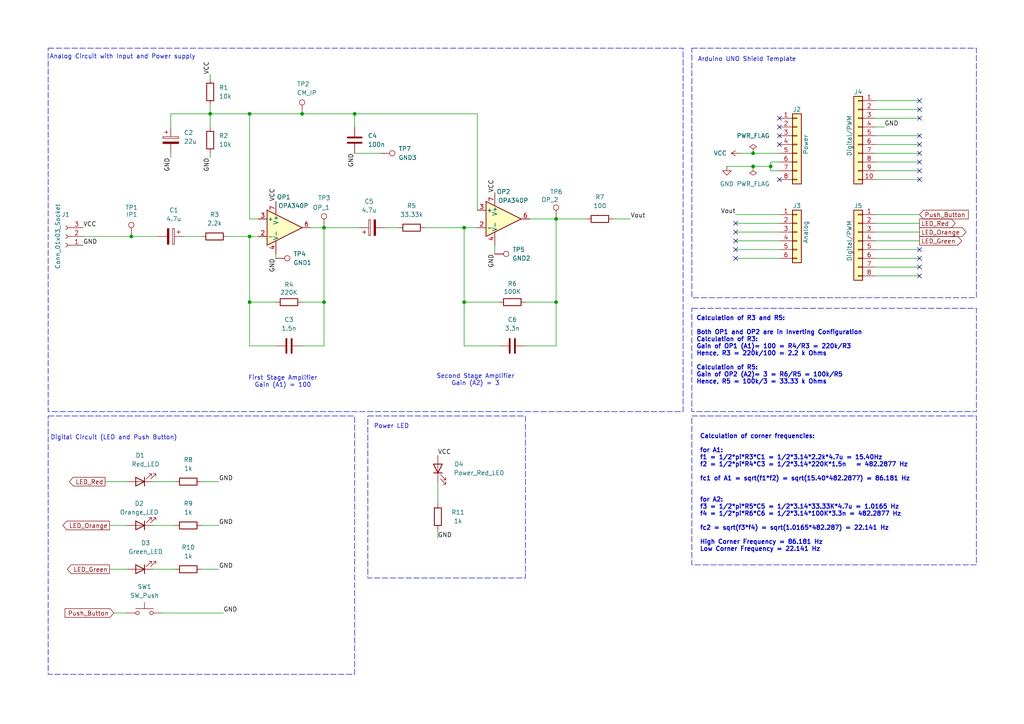
<source format=kicad_sch>
(kicad_sch (version 20231120) (generator "eeschema") (generator_version "8.0")
  (paper "A4")
  (title_block (title "Amplifier : 4th order Bandpass") (date "2024-04-26") (rev "V0.1") (company "Hochschule Darmstadt of Applied Sciences") (comment 1 "Author : Aman Chauhan & Soumya Saxena (Group A: A5)") (comment 2 "Matriculation  No : 1127928 & 1127997"))
  (lib_symbols
    (symbol "Amplifier_Operational:OPA340P" (pin_names (offset 0.127))
      (property "Reference" "U" (at 0 6.35 0))
      (property "Value" "OPA340P" (at 0 3.81 0))
      (symbol "OPA340P_0_1"
        (polyline (pts (xy -5.08 5.08) (xy 5.08 0) (xy -5.08 -5.08) (xy -5.08 5.08)) (stroke (width 0.254)) (fill (type background)))
      )
      (symbol "OPA340P_1_1"
        (pin no_connect line (at -5.08 -2.54 90) (length 2.54) hide (name "NC") (number "1"))
        (pin input line (at -7.62 -2.54 0) (length 2.54) (name "-") (number "2"))
        (pin input line (at -7.62 2.54 0) (length 2.54) (name "+") (number "3"))
        (pin power_in line (at -2.54 -7.62 90) (length 3.81) (name "V-") (number "4"))
        (pin no_connect line (at -2.54 -2.54 90) (length 2.54) hide (name "NC") (number "5"))
        (pin output line (at 7.62 0 180) (length 2.54) (name "~") (number "6"))
        (pin power_in line (at -2.54 7.62 270) (length 3.81) (name "V+") (number "7"))
        (pin no_connect line (at 0 -2.54 90) (length 2.54) hide (name "NC") (number "8"))
      )
    )
    (symbol "Connector:Conn_01x03_Socket" (pin_names (offset 1.016) hide)
      (property "Reference" "J" (at 0 5.08 0))
      (property "Value" "Conn_01x03_Socket" (at 0 -5.08 0))
      (symbol "Conn_01x03_Socket_1_1"
        (arc (start 0 -2.032) (mid -0.5058 -2.54) (end 0 -3.048) (stroke (width 0.1524)))
        (polyline (pts (xy -1.27 -2.54) (xy -0.508 -2.54)) (stroke (width 0.1524)))
        (polyline (pts (xy -1.27 0) (xy -0.508 0)) (stroke (width 0.1524)))
        (polyline (pts (xy -1.27 2.54) (xy -0.508 2.54)) (stroke (width 0.1524)))
        (arc (start 0 0.508) (mid -0.5058 0) (end 0 -0.508) (stroke (width 0.1524)))
        (arc (start 0 3.048) (mid -0.5058 2.54) (end 0 2.032) (stroke (width 0.1524)))
        (pin passive line (at -5.08 2.54 0) (length 3.81) (name "Pin_1") (number "1"))
        (pin passive line (at -5.08 0 0) (length 3.81) (name "Pin_2") (number "2"))
        (pin passive line (at -5.08 -2.54 0) (length 3.81) (name "Pin_3") (number "3"))
      )
    )
    (symbol "Connector:TestPoint" (pin_numbers hide) (pin_names (offset 0.762) hide)
      (property "Reference" "TP" (at 0 6.858 0))
      (property "Value" "TestPoint" (at 0 5.08 0))
      (symbol "TestPoint_0_1"
        (circle (center 0 3.302) (radius 0.762))
      )
      (symbol "TestPoint_1_1"
        (pin passive line (at 0 0 90) (length 2.54) (name "1") (number "1"))
      )
    )
    (symbol "Connector_Generic:Conn_01x06" (pin_names (offset 1.016) hide)
      (property "Reference" "J" (at 0 7.62 0))
      (property "Value" "Conn_01x06" (at 0 -10.16 0))
      (symbol "Conn_01x06_1_1"
        (rectangle (start -1.27 -7.493) (end 0 -7.747) (stroke (width 0.1524)))
        (rectangle (start -1.27 -4.953) (end 0 -5.207) (stroke (width 0.1524)))
        (rectangle (start -1.27 -2.413) (end 0 -2.667) (stroke (width 0.1524)))
        (rectangle (start -1.27 0.127) (end 0 -0.127) (stroke (width 0.1524)))
        (rectangle (start -1.27 2.667) (end 0 2.413) (stroke (width 0.1524)))
        (rectangle (start -1.27 5.207) (end 0 4.953) (stroke (width 0.1524)))
        (rectangle (start -1.27 6.35) (end 1.27 -8.89) (stroke (width 0.254)) (fill (type background)))
        (pin passive line (at -5.08 5.08 0) (length 3.81) (name "Pin_1") (number "1"))
        (pin passive line (at -5.08 2.54 0) (length 3.81) (name "Pin_2") (number "2"))
        (pin passive line (at -5.08 0 0) (length 3.81) (name "Pin_3") (number "3"))
        (pin passive line (at -5.08 -2.54 0) (length 3.81) (name "Pin_4") (number "4"))
        (pin passive line (at -5.08 -5.08 0) (length 3.81) (name "Pin_5") (number "5"))
        (pin passive line (at -5.08 -7.62 0) (length 3.81) (name "Pin_6") (number "6"))
      )
    )
    (symbol "Connector_Generic:Conn_01x08" (pin_names (offset 1.016) hide)
      (property "Reference" "J" (at 0 10.16 0))
      (property "Value" "Conn_01x08" (at 0 -12.7 0))
      (symbol "Conn_01x08_1_1"
        (rectangle (start -1.27 -10.033) (end 0 -10.287) (stroke (width 0.1524)))
        (rectangle (start -1.27 -7.493) (end 0 -7.747) (stroke (width 0.1524)))
        (rectangle (start -1.27 -4.953) (end 0 -5.207) (stroke (width 0.1524)))
        (rectangle (start -1.27 -2.413) (end 0 -2.667) (stroke (width 0.1524)))
        (rectangle (start -1.27 0.127) (end 0 -0.127) (stroke (width 0.1524)))
        (rectangle (start -1.27 2.667) (end 0 2.413) (stroke (width 0.1524)))
        (rectangle (start -1.27 5.207) (end 0 4.953) (stroke (width 0.1524)))
        (rectangle (start -1.27 7.747) (end 0 7.493) (stroke (width 0.1524)))
        (rectangle (start -1.27 8.89) (end 1.27 -11.43) (stroke (width 0.254)) (fill (type background)))
        (pin passive line (at -5.08 7.62 0) (length 3.81) (name "Pin_1") (number "1"))
        (pin passive line (at -5.08 5.08 0) (length 3.81) (name "Pin_2") (number "2"))
        (pin passive line (at -5.08 2.54 0) (length 3.81) (name "Pin_3") (number "3"))
        (pin passive line (at -5.08 0 0) (length 3.81) (name "Pin_4") (number "4"))
        (pin passive line (at -5.08 -2.54 0) (length 3.81) (name "Pin_5") (number "5"))
        (pin passive line (at -5.08 -5.08 0) (length 3.81) (name "Pin_6") (number "6"))
        (pin passive line (at -5.08 -7.62 0) (length 3.81) (name "Pin_7") (number "7"))
        (pin passive line (at -5.08 -10.16 0) (length 3.81) (name "Pin_8") (number "8"))
      )
    )
    (symbol "Connector_Generic:Conn_01x10" (pin_names (offset 1.016) hide)
      (property "Reference" "J" (at 0 12.7 0))
      (property "Value" "Conn_01x10" (at 0 -15.24 0))
      (symbol "Conn_01x10_1_1"
        (rectangle (start -1.27 -12.573) (end 0 -12.827) (stroke (width 0.1524)))
        (rectangle (start -1.27 -10.033) (end 0 -10.287) (stroke (width 0.1524)))
        (rectangle (start -1.27 -7.493) (end 0 -7.747) (stroke (width 0.1524)))
        (rectangle (start -1.27 -4.953) (end 0 -5.207) (stroke (width 0.1524)))
        (rectangle (start -1.27 -2.413) (end 0 -2.667) (stroke (width 0.1524)))
        (rectangle (start -1.27 0.127) (end 0 -0.127) (stroke (width 0.1524)))
        (rectangle (start -1.27 2.667) (end 0 2.413) (stroke (width 0.1524)))
        (rectangle (start -1.27 5.207) (end 0 4.953) (stroke (width 0.1524)))
        (rectangle (start -1.27 7.747) (end 0 7.493) (stroke (width 0.1524)))
        (rectangle (start -1.27 10.287) (end 0 10.033) (stroke (width 0.1524)))
        (rectangle (start -1.27 11.43) (end 1.27 -13.97) (stroke (width 0.254)) (fill (type background)))
        (pin passive line (at -5.08 10.16 0) (length 3.81) (name "Pin_1") (number "1"))
        (pin passive line (at -5.08 -12.7 0) (length 3.81) (name "Pin_10") (number "10"))
        (pin passive line (at -5.08 7.62 0) (length 3.81) (name "Pin_2") (number "2"))
        (pin passive line (at -5.08 5.08 0) (length 3.81) (name "Pin_3") (number "3"))
        (pin passive line (at -5.08 2.54 0) (length 3.81) (name "Pin_4") (number "4"))
        (pin passive line (at -5.08 0 0) (length 3.81) (name "Pin_5") (number "5"))
        (pin passive line (at -5.08 -2.54 0) (length 3.81) (name "Pin_6") (number "6"))
        (pin passive line (at -5.08 -5.08 0) (length 3.81) (name "Pin_7") (number "7"))
        (pin passive line (at -5.08 -7.62 0) (length 3.81) (name "Pin_8") (number "8"))
        (pin passive line (at -5.08 -10.16 0) (length 3.81) (name "Pin_9") (number "9"))
      )
    )
    (symbol "Device:C" (pin_numbers hide) (pin_names (offset 0.254))
      (property "Reference" "C" (at 0.635 2.54 0))
      (property "Value" "C" (at 0.635 -2.54 0))
      (symbol "C_0_1"
        (polyline (pts (xy -2.032 -0.762) (xy 2.032 -0.762)) (stroke (width 0.508)))
        (polyline (pts (xy -2.032 0.762) (xy 2.032 0.762)) (stroke (width 0.508)))
      )
      (symbol "C_1_1"
        (pin passive line (at 0 3.81 270) (length 2.794) (name "~") (number "1"))
        (pin passive line (at 0 -3.81 90) (length 2.794) (name "~") (number "2"))
      )
    )
    (symbol "Device:C_Polarized" (pin_numbers hide) (pin_names (offset 0.254))
      (property "Reference" "C" (at 0.635 2.54 0))
      (property "Value" "C_Polarized" (at 0.635 -2.54 0))
      (symbol "C_Polarized_0_1"
        (rectangle (start -2.286 0.508) (end 2.286 1.016))
        (polyline (pts (xy -1.778 2.286) (xy -0.762 2.286)))
        (polyline (pts (xy -1.27 2.794) (xy -1.27 1.778)))
        (rectangle (start 2.286 -0.508) (end -2.286 -1.016) (fill (type outline)))
      )
      (symbol "C_Polarized_1_1"
        (pin passive line (at 0 3.81 270) (length 2.794) (name "~") (number "1"))
        (pin passive line (at 0 -3.81 90) (length 2.794) (name "~") (number "2"))
      )
    )
    (symbol "Device:LED" (pin_numbers hide) (pin_names (offset 1.016) hide)
      (property "Reference" "D" (at 0 2.54 0))
      (property "Value" "LED" (at 0 -2.54 0))
      (symbol "LED_0_1"
        (polyline (pts (xy -1.27 -1.27) (xy -1.27 1.27)) (stroke (width 0.254)))
        (polyline (pts (xy -1.27 0) (xy 1.27 0)))
        (polyline (pts (xy 1.27 -1.27) (xy 1.27 1.27) (xy -1.27 0) (xy 1.27 -1.27)) (stroke (width 0.254)))
        (polyline (pts (xy -3.048 -0.762) (xy -4.572 -2.286) (xy -3.81 -2.286) (xy -4.572 -2.286) (xy -4.572 -1.524)))
        (polyline (pts (xy -1.778 -0.762) (xy -3.302 -2.286) (xy -2.54 -2.286) (xy -3.302 -2.286) (xy -3.302 -1.524)))
      )
      (symbol "LED_1_1"
        (pin passive line (at -3.81 0 0) (length 2.54) (name "K") (number "1"))
        (pin passive line (at 3.81 0 180) (length 2.54) (name "A") (number "2"))
      )
    )
    (symbol "Device:R" (pin_numbers hide) (pin_names (offset 0))
      (property "Reference" "R" (at 2.032 0 90))
      (property "Value" "R" (at 0 0 90))
      (symbol "R_0_1"
        (rectangle (start -1.016 -2.54) (end 1.016 2.54) (stroke (width 0.254)))
      )
      (symbol "R_1_1"
        (pin passive line (at 0 3.81 270) (length 1.27) (name "~") (number "1"))
        (pin passive line (at 0 -3.81 90) (length 1.27) (name "~") (number "2"))
      )
    )
    (symbol "Switch:SW_Push" (pin_numbers hide) (pin_names (offset 1.016) hide)
      (property "Reference" "SW" (at 1.27 2.54 0))
      (property "Value" "SW_Push" (at 0 -1.524 0))
      (symbol "SW_Push_0_1"
        (circle (center -2.032 0) (radius 0.508))
        (polyline (pts (xy 0 1.27) (xy 0 3.048)))
        (polyline (pts (xy 2.54 1.27) (xy -2.54 1.27)))
        (circle (center 2.032 0) (radius 0.508))
        (pin passive line (at -5.08 0 0) (length 2.54) (name "1") (number "1"))
        (pin passive line (at 5.08 0 180) (length 2.54) (name "2") (number "2"))
      )
    )
    (symbol "VCC_1" (power) (pin_numbers hide) (pin_names (offset 0) hide)
      (property "Value" "VCC" (at 0 3.556 0))
      (symbol "VCC_1_0_1"
        (polyline (pts (xy -0.762 1.27) (xy 0 2.54)))
        (polyline (pts (xy 0 0) (xy 0 2.54)))
        (polyline (pts (xy 0 2.54) (xy 0.762 1.27)))
      )
      (symbol "VCC_1_1_1"
        (pin power_in line (at 0 0 90) (length 0) (name "~") (number "1"))
      )
    )
    (symbol "power:GND" (power) (pin_numbers hide) (pin_names (offset 0) hide)
      (property "Value" "GND" (at 0 -3.81 0))
      (symbol "GND_0_1"
        (polyline (pts (xy 0 0) (xy 0 -1.27) (xy 1.27 -1.27) (xy 0 -2.54) (xy -1.27 -1.27) (xy 0 -1.27)))
      )
      (symbol "GND_1_1"
        (pin power_in line (at 0 0 270) (length 0) (name "~") (number "1"))
      )
    )
    (symbol "power:PWR_FLAG" (power) (pin_numbers hide) (pin_names (offset 0) hide)
      (property "Value" "PWR_FLAG" (at 0 3.81 0))
      (symbol "PWR_FLAG_0_0"
        (pin power_out line (at 0 0 90) (length 0) (name "~") (number "1"))
      )
      (symbol "PWR_FLAG_0_1"
        (polyline (pts (xy 0 0) (xy 0 1.27) (xy -1.016 1.905) (xy 0 2.54) (xy 1.016 1.905) (xy 0 1.27)))
      )
    )
  )
  (junction (at 38.1 68.58))
  (junction (at 134.62 66.04))
  (junction (at 72.39 68.58))
  (junction (at 72.39 87.63))
  (junction (at 218.44 48.26))
  (junction (at 102.87 33.02))
  (junction (at 93.98 66.04))
  (junction (at 134.62 87.63))
  (junction (at 93.98 87.63))
  (junction (at 161.29 87.63))
  (junction (at 87.63 33.02))
  (junction (at 72.39 33.02))
  (junction (at 60.96 33.02))
  (junction (at 161.29 63.5))
  (junction (at 218.44 44.45))
  (junction (at 223.52 48.26))
  (no_connect (at 266.7 74.93))
  (no_connect (at 266.7 34.29))
  (no_connect (at 266.7 49.53))
  (no_connect (at 213.36 69.85))
  (no_connect (at 266.7 46.99))
  (no_connect (at 226.06 52.07))
  (no_connect (at 266.7 52.07))
  (no_connect (at 266.7 41.91))
  (no_connect (at 266.7 80.01))
  (no_connect (at 226.06 36.83))
  (no_connect (at 266.7 77.47))
  (no_connect (at 266.7 29.21))
  (no_connect (at 266.7 39.37))
  (no_connect (at 213.36 74.93))
  (no_connect (at 226.06 39.37))
  (no_connect (at 266.7 44.45))
  (no_connect (at 213.36 72.39))
  (no_connect (at 226.06 41.91))
  (no_connect (at 226.06 34.29))
  (no_connect (at 266.7 72.39))
  (no_connect (at 213.36 64.77))
  (no_connect (at 213.36 67.31))
  (no_connect (at 266.7 31.75))
  (wire (pts (xy 254 80.01) (xy 266.7 80.01)))
  (wire (pts (xy 161.29 63.5) (xy 161.29 87.63)))
  (wire (pts (xy 38.1 68.58) (xy 45.72 68.58)))
  (wire (pts (xy 80.01 74.93) (xy 80.01 73.66)))
  (wire (pts (xy 254 46.99) (xy 266.7 46.99)))
  (wire (pts (xy 58.42 152.4) (xy 63.5 152.4)))
  (wire (pts (xy 58.42 165.1) (xy 63.5 165.1)))
  (wire (pts (xy 49.53 33.02) (xy 49.53 36.83)))
  (wire (pts (xy 254 29.21) (xy 266.7 29.21)))
  (wire (pts (xy 44.45 165.1) (xy 50.8 165.1)))
  (wire (pts (xy 153.67 63.5) (xy 161.29 63.5)))
  (wire (pts (xy 90.17 66.04) (xy 93.98 66.04)))
  (wire (pts (xy 143.51 73.66) (xy 143.51 71.12)))
  (wire (pts (xy 223.52 46.99) (xy 223.52 48.26)))
  (wire (pts (xy 213.36 74.93) (xy 226.06 74.93)))
  (wire (pts (xy 60.96 33.02) (xy 60.96 36.83)))
  (wire (pts (xy 134.62 87.63) (xy 134.62 100.33)))
  (wire (pts (xy 33.02 177.8) (xy 36.83 177.8)))
  (wire (pts (xy 66.04 68.58) (xy 72.39 68.58)))
  (wire (pts (xy 161.29 100.33) (xy 152.4 100.33)))
  (wire (pts (xy 127 156.21) (xy 127 153.67)))
  (wire (pts (xy 254 39.37) (xy 266.7 39.37)))
  (wire (pts (xy 24.13 68.58) (xy 38.1 68.58)))
  (wire (pts (xy 254 62.23) (xy 266.7 62.23)))
  (wire (pts (xy 210.82 48.26) (xy 218.44 48.26)))
  (wire (pts (xy 58.42 139.7) (xy 63.5 139.7)))
  (wire (pts (xy 87.63 87.63) (xy 93.98 87.63)))
  (wire (pts (xy 226.06 62.23) (xy 213.36 62.23)))
  (wire (pts (xy 93.98 66.04) (xy 93.98 87.63)))
  (wire (pts (xy 254 41.91) (xy 266.7 41.91)))
  (wire (pts (xy 49.53 33.02) (xy 60.96 33.02)))
  (wire (pts (xy 254 64.77) (xy 266.7 64.77)))
  (wire (pts (xy 254 49.53) (xy 266.7 49.53)))
  (wire (pts (xy 254 69.85) (xy 266.7 69.85)))
  (wire (pts (xy 134.62 100.33) (xy 144.78 100.33)))
  (wire (pts (xy 123.19 66.04) (xy 134.62 66.04)))
  (wire (pts (xy 110.49 44.45) (xy 102.87 44.45)))
  (wire (pts (xy 44.45 152.4) (xy 50.8 152.4)))
  (wire (pts (xy 30.48 139.7) (xy 36.83 139.7)))
  (wire (pts (xy 72.39 100.33) (xy 80.01 100.33)))
  (wire (pts (xy 72.39 87.63) (xy 80.01 87.63)))
  (wire (pts (xy 161.29 63.5) (xy 170.18 63.5)))
  (wire (pts (xy 102.87 33.02) (xy 138.43 33.02)))
  (wire (pts (xy 254 34.29) (xy 266.7 34.29)))
  (wire (pts (xy 72.39 68.58) (xy 74.93 68.58)))
  (wire (pts (xy 31.75 152.4) (xy 36.83 152.4)))
  (wire (pts (xy 60.96 30.48) (xy 60.96 33.02)))
  (wire (pts (xy 87.63 33.02) (xy 102.87 33.02)))
  (wire (pts (xy 226.06 67.31) (xy 213.36 67.31)))
  (wire (pts (xy 226.06 49.53) (xy 223.52 49.53)))
  (wire (pts (xy 134.62 66.04) (xy 134.62 87.63)))
  (wire (pts (xy 102.87 33.02) (xy 102.87 36.83)))
  (wire (pts (xy 223.52 48.26) (xy 223.52 49.53)))
  (wire (pts (xy 213.36 64.77) (xy 226.06 64.77)))
  (wire (pts (xy 72.39 68.58) (xy 72.39 87.63)))
  (wire (pts (xy 46.99 177.8) (xy 64.77 177.8)))
  (wire (pts (xy 60.96 45.72) (xy 60.96 44.45)))
  (wire (pts (xy 254 36.83) (xy 256.54 36.83)))
  (wire (pts (xy 60.96 33.02) (xy 72.39 33.02)))
  (wire (pts (xy 44.45 139.7) (xy 50.8 139.7)))
  (wire (pts (xy 72.39 33.02) (xy 72.39 63.5)))
  (wire (pts (xy 226.06 46.99) (xy 223.52 46.99)))
  (wire (pts (xy 182.88 63.5) (xy 177.8 63.5)))
  (wire (pts (xy 254 44.45) (xy 266.7 44.45)))
  (wire (pts (xy 31.75 165.1) (xy 36.83 165.1)))
  (wire (pts (xy 53.34 68.58) (xy 58.42 68.58)))
  (wire (pts (xy 218.44 44.45) (xy 226.06 44.45)))
  (wire (pts (xy 254 67.31) (xy 266.7 67.31)))
  (wire (pts (xy 213.36 69.85) (xy 226.06 69.85)))
  (wire (pts (xy 138.43 33.02) (xy 138.43 60.96)))
  (wire (pts (xy 134.62 87.63) (xy 144.78 87.63)))
  (wire (pts (xy 93.98 100.33) (xy 87.63 100.33)))
  (wire (pts (xy 218.44 48.26) (xy 223.52 48.26)))
  (wire (pts (xy 93.98 66.04) (xy 104.14 66.04)))
  (wire (pts (xy 93.98 87.63) (xy 93.98 100.33)))
  (wire (pts (xy 254 31.75) (xy 266.7 31.75)))
  (wire (pts (xy 254 74.93) (xy 266.7 74.93)))
  (wire (pts (xy 60.96 22.86) (xy 60.96 21.59)))
  (wire (pts (xy 254 72.39) (xy 266.7 72.39)))
  (wire (pts (xy 72.39 63.5) (xy 74.93 63.5)))
  (wire (pts (xy 49.53 45.72) (xy 49.53 44.45)))
  (wire (pts (xy 214.63 44.45) (xy 218.44 44.45)))
  (wire (pts (xy 161.29 87.63) (xy 161.29 100.33)))
  (wire (pts (xy 72.39 33.02) (xy 87.63 33.02)))
  (wire (pts (xy 127 139.7) (xy 127 146.05)))
  (wire (pts (xy 254 77.47) (xy 266.7 77.47)))
  (wire (pts (xy 138.43 66.04) (xy 134.62 66.04)))
  (wire (pts (xy 72.39 87.63) (xy 72.39 100.33)))
  (wire (pts (xy 226.06 72.39) (xy 213.36 72.39)))
  (wire (pts (xy 111.76 66.04) (xy 115.57 66.04)))
  (wire (pts (xy 254 52.07) (xy 266.7 52.07)))
  (wire (pts (xy 152.4 87.63) (xy 161.29 87.63)))
  (rectangle (start 200.66 120.65) (end 283.21 163.83) (stroke (width 0) (type dash)))
  (rectangle (start 13.97 120.65) (end 102.87 195.58) (stroke (width 0) (type dash)))
  (rectangle (start 200.66 89.408) (end 283.21 119.38) (stroke (width 0) (type dash)))
  (rectangle (start 106.68 120.65) (end 152.4 167.64) (stroke (width 0) (type dash)))
  (rectangle (start 200.66 13.97) (end 283.21 86.36) (stroke (width 0) (type dash)))
  (rectangle (start 13.97 13.97) (end 198.12 119.38) (stroke (width 0) (type dash)))
  (text "Analog Circuit with Input and Power supply" (at 35.56 16.51 0) (effects (font (size 1.27 1.27))))
  (text "Power LED" (at 113.538 123.698 0) (effects (font (size 1.27 1.27))))
  (text "Arduino UNO Shield Template" (at 216.662 17.272 0) (effects (font (size 1.27 1.27))))
  (text "Calculation of corner frequencies:\n\nfor A1: \nf1 = 1/2*pi*R3*C1 = 1/2*3.14*2.2k*4.7u = 15.40Hz\nf2 = 1/2*pi*R4*C3 = 1/2*3.14*220K*1.5n   = 482.2877 Hz\n\nfc1 of A1 = sqrt(f1*f2) = sqrt(15.40*482.2877) = 86.181 Hz\n\n\nfor A2: \nf3 = 1/2*pi*R5*C5 = 1/2*3.14*33.33K*4.7u = 1.0165 Hz\nf4 = 1/2*pi*R6*C6 = 1/2*3.14*100K*3.3n = 482.2877 Hz\n\nfc2 = sqrt(f3*f4) = sqrt(1.0165*482.287) = 22.141 Hz\n\nHigh Corner Frequency = 86.181 Hz\nLow Corner Frequency = 22.141 Hz" (at 202.946 143.002 0) (effects (font (size 1.27 1.27) (bold yes)) (justify left)))
  (text "First Stage Amplifier\nGain (A1) = 100" (at 82.042 110.744 0) (effects (font (size 1.27 1.27))))
  (text "Calculation of R3 and R5:\n\nBoth OP1 and OP2 are in Inverting Configuration\nCalculation of R3:\nGain of OP1 (A1)= 100 = R4/R3 = 220k/R3\nHence, R3 = 220k/100 = 2.2 k Ohms\n\nCalculation of R5:\nGain of OP2 (A2)= 3 = R6/R5 = 100k/R5\nHence, R5 = 100k/3 = 33.33 k Ohms" (at 201.93 101.6 0) (effects (font (size 1.27 1.27) (bold yes)) (justify left)))
  (text "Second Stage Amplifier\nGain (A2) = 3" (at 137.922 110.236 0) (effects (font (size 1.27 1.27))))
  (text "Digital Circuit (LED and Push Button)" (at 33.02 127 0) (effects (font (size 1.27 1.27))))
  (label "GND" (at 60.96 45.72 270))
  (label "Vout" (at 182.88 63.5 0))
  (label "GND" (at 64.77 177.8 0))
  (label "GND" (at 49.53 45.72 270))
  (label "GND" (at 256.54 36.83 0))
  (label "GND" (at 80.01 74.93 270))
  (label "GND" (at 63.5 139.7 0))
  (label "VCC" (at 24.13 66.04 0))
  (label "GND" (at 143.51 73.66 270))
  (label "VCC" (at 60.96 21.59 90))
  (label "GND" (at 63.5 152.4 0))
  (label "VCC" (at 127 132.08 0))
  (label "GND" (at 127 156.21 0))
  (label "GND" (at 24.13 71.12 0))
  (label "VCC" (at 80.01 58.42 90))
  (label "Vout" (at 213.36 62.23 180))
  (label "GND" (at 63.5 165.1 0))
  (label "GND" (at 102.87 44.45 270))
  (label "VCC" (at 143.51 55.88 90))
  (global_label "LED_Orange" (shape output) (at 266.7 67.31 0) (property "Intersheetrefs" "${INTERSHEET_REFS}" (effects (hide yes))))
  (global_label "Push_Button" (shape input) (at 266.7 62.23 0) (property "Intersheetrefs" "${INTERSHEET_REFS}" (effects (hide yes))))
  (global_label "LED_Red" (shape output) (at 30.48 139.7 180) (property "Intersheetrefs" "${INTERSHEET_REFS}" (effects (hide yes))))
  (global_label "Push_Button" (shape input) (at 33.02 177.8 180) (property "Intersheetrefs" "${INTERSHEET_REFS}" (effects (hide yes))))
  (global_label "LED_Red" (shape output) (at 266.7 64.77 0) (property "Intersheetrefs" "${INTERSHEET_REFS}" (effects (hide yes))))
  (global_label "LED_Orange" (shape output) (at 31.75 152.4 180) (property "Intersheetrefs" "${INTERSHEET_REFS}" (effects (hide yes))))
  (global_label "LED_Green" (shape output) (at 31.75 165.1 180) (property "Intersheetrefs" "${INTERSHEET_REFS}" (effects (hide yes))))
  (global_label "LED_Green" (shape output) (at 266.7 69.85 0) (property "Intersheetrefs" "${INTERSHEET_REFS}" (effects (hide yes))))
  (symbol (lib_id "Connector_Generic:Conn_01x08") (at 231.14 41.91 0) (unit 1)
    (property "Reference" "J2" (at 231.14 31.75 0))
    (property "Value" "Power" (at 233.68 41.91 90))
    (property "Footprint" "Connector_PinHeader_2.54mm:PinHeader_1x08_P2.54mm_Vertical" (effects (hide yes)))
  )
  (symbol (lib_id "Connector_Generic:Conn_01x10") (at 248.92 39.37 0) (mirror y) (unit 1)
    (property "Reference" "J4" (at 248.92 26.67 0))
    (property "Value" "Digital/PWM" (at 246.38 39.37 90))
    (property "Footprint" "Connector_PinHeader_2.54mm:PinHeader_1x10_P2.54mm_Vertical" (effects (hide yes)))
  )
  (symbol (lib_id "Connector_Generic:Conn_01x06") (at 231.14 67.31 0) (unit 1)
    (property "Reference" "J3" (at 231.14 59.69 0))
    (property "Value" "Analog" (at 233.68 67.31 90))
    (property "Footprint" "Connector_PinHeader_2.54mm:PinHeader_1x06_P2.54mm_Vertical" (effects (hide yes)))
  )
  (symbol (lib_id "Connector_Generic:Conn_01x08") (at 248.92 69.85 0) (mirror y) (unit 1)
    (property "Reference" "J5" (at 248.92 59.69 0))
    (property "Value" "Digital/PWM" (at 246.38 69.85 90))
    (property "Footprint" "Connector_PinHeader_2.54mm:PinHeader_1x08_P2.54mm_Vertical" (effects (hide yes)))
  )
  (symbol (lib_id "Amplifier_Operational:OPA340P") (at 82.55 66.04 0) (unit 1)
    (property "Reference" "OP1" (at 82.296 57.15 0))
    (property "Value" "OPA340P" (at 85.09 59.69 0))
    (property "Footprint" "Package_DIP:DIP-8_W7.62mm" (effects (hide yes)))
    (property "Datasheet" "http://www.ti.com/lit/ds/symlink/opa340.pdf" (effects (hide yes)))
    (property "Description" "Single Single-Supply, Rail-to-Rail Operational Amplifier, MicroAmplifier Series, DIP-8" (effects (hide yes)))
  )
  (symbol (lib_id "power:GND") (at 210.82 48.26 0) (unit 1)
    (property "Reference" "#PWR01" (effects (hide yes)))
    (property "Value" "GND" (at 210.82 53.34 0))
    (property "Description" "Power symbol creates a global label with name \"GND\" , ground" (effects (hide yes)))
  )
  (symbol (lib_id "Connector:TestPoint") (at 38.1 68.58 0) (unit 1)
    (property "Reference" "TP1" (at 36.322 60.198 0) (effects (justify left)))
    (property "Value" "IP1" (at 36.576 62.23 0) (effects (justify left)))
    (property "Footprint" "Connector_PinHeader_2.54mm:PinHeader_1x01_P2.54mm_Vertical" (effects (hide yes)))
    (property "Description" "test point" (effects (hide yes)))
  )
  (symbol (lib_id "Device:R") (at 60.96 26.67 0) (unit 1)
    (property "Reference" "R1" (at 63.5 25.3999 0) (effects (justify left)))
    (property "Value" "10k" (at 63.5 27.9399 0) (effects (justify left)))
    (property "Footprint" "Resistor_THT:R_Axial_DIN0207_L6.3mm_D2.5mm_P10.16mm_Horizontal" (effects (hide yes)))
    (property "Description" "Resistor" (effects (hide yes)))
  )
  (symbol (lib_id "Switch:SW_Push") (at 41.91 177.8 0) (unit 1)
    (property "Reference" "SW1" (at 41.91 170.18 0))
    (property "Value" "SW_Push" (at 41.91 172.72 0))
    (property "Footprint" "Button_Switch_THT:SW_PUSH_6mm" (effects (hide yes)))
    (property "Description" "Push button switch, generic, two pins" (effects (hide yes)))
  )
  (symbol (lib_id "Connector:TestPoint") (at 143.51 73.66 270) (unit 1)
    (property "Reference" "TP5" (at 148.59 72.3899 90) (effects (justify left)))
    (property "Value" "GND2" (at 148.59 74.9299 90) (effects (justify left)))
    (property "Footprint" "Connector_PinHeader_2.54mm:PinHeader_1x01_P2.54mm_Vertical" (effects (hide yes)))
    (property "Description" "test point" (effects (hide yes)))
  )
  (symbol (lib_id "Connector:TestPoint") (at 161.29 63.5 0) (unit 1)
    (property "Reference" "TP6" (at 159.512 55.626 0) (effects (justify left)))
    (property "Value" "OP_2" (at 156.972 57.912 0) (effects (justify left)))
    (property "Footprint" "Connector_PinHeader_2.54mm:PinHeader_1x01_P2.54mm_Vertical" (effects (hide yes)))
    (property "Description" "test point" (effects (hide yes)))
  )
  (symbol (lib_id "Connector:Conn_01x03_Socket") (at 19.05 68.58 180) (unit 1)
    (property "Reference" "J1" (at 19.05 62.23 0))
    (property "Value" "Conn_01x03_Socket" (at 16.764 68.58 90))
    (property "Footprint" "Connector_PinSocket_2.54mm:PinSocket_1x03_P2.54mm_Horizontal" (effects (hide yes)))
    (property "Description" "Generic connector, single row, 01x03, script generated" (effects (hide yes)))
  )
  (symbol (lib_id "Device:R") (at 148.59 87.63 90) (unit 1)
    (property "Reference" "R6" (at 148.59 82.296 90))
    (property "Value" "100K" (at 148.59 84.582 90))
    (property "Footprint" "Resistor_THT:R_Axial_DIN0207_L6.3mm_D2.5mm_P10.16mm_Horizontal" (effects (hide yes)))
    (property "Description" "Resistor" (effects (hide yes)))
  )
  (symbol (lib_id "power:PWR_FLAG") (at 218.44 44.45 0) (unit 1)
    (property "Reference" "#FLG01" (effects (hide yes)))
    (property "Value" "PWR_FLAG" (at 218.44 39.37 0))
    (property "Description" "Special symbol for telling ERC where power comes from" (effects (hide yes)))
  )
  (symbol (lib_id "Device:R") (at 119.38 66.04 90) (unit 1)
    (property "Reference" "R5" (at 119.38 59.69 90))
    (property "Value" "33.33k" (at 119.38 62.23 90))
    (property "Footprint" "Resistor_THT:R_Axial_DIN0207_L6.3mm_D2.5mm_P10.16mm_Horizontal" (effects (hide yes)))
    (property "Description" "Resistor" (effects (hide yes)))
  )
  (symbol (lib_id "Device:C_Polarized") (at 49.53 40.64 0) (unit 1)
    (property "Reference" "C2" (at 53.34 38.4809 0) (effects (justify left)))
    (property "Value" "22u" (at 53.34 41.0209 0) (effects (justify left)))
    (property "Footprint" "Capacitor_THT:CP_Radial_D5.0mm_P2.00mm" (effects (hide yes)))
    (property "Description" "Polarized capacitor" (effects (hide yes)))
  )
  (symbol (lib_id "Connector:TestPoint") (at 110.49 44.45 270) (unit 1)
    (property "Reference" "TP7" (at 115.57 43.1799 90) (effects (justify left)))
    (property "Value" "GND3" (at 115.57 45.7199 90) (effects (justify left)))
    (property "Footprint" "Connector_PinHeader_2.54mm:PinHeader_1x01_P2.54mm_Vertical" (effects (hide yes)))
    (property "Description" "test point" (effects (hide yes)))
  )
  (symbol (lib_id "Device:LED") (at 127 135.89 90) (unit 1)
    (property "Reference" "D4" (at 133.096 134.62 90))
    (property "Value" "Power_Red_LED" (at 138.938 137.16 90))
    (property "Footprint" "LED_THT:LED_D5.0mm" (effects (hide yes)))
    (property "Description" "Light emitting diode" (effects (hide yes)))
  )
  (symbol (lib_id "Connector:TestPoint") (at 87.63 33.02 0) (unit 1)
    (property "Reference" "TP2" (at 86.106 24.384 0) (effects (justify left)))
    (property "Value" "CM_IP" (at 86.106 26.924 0) (effects (justify left)))
    (property "Footprint" "Connector_PinHeader_2.54mm:PinHeader_1x01_P2.54mm_Vertical" (effects (hide yes)))
    (property "Description" "test point" (effects (hide yes)))
  )
  (symbol (lib_id "Device:C") (at 148.59 100.33 90) (unit 1)
    (property "Reference" "C6" (at 148.59 92.71 90))
    (property "Value" "3.3n" (at 148.59 95.25 90))
    (property "Footprint" "Capacitor_THT:C_Rect_L7.2mm_W7.2mm_P5.00mm_FKS2_FKP2_MKS2_MKP2" (effects (hide yes)))
    (property "Description" "Unpolarized capacitor" (effects (hide yes)))
  )
  (symbol (lib_id "Device:R") (at 54.61 152.4 90) (unit 1)
    (property "Reference" "R9" (at 54.61 146.05 90))
    (property "Value" "1k" (at 54.61 148.59 90))
    (property "Footprint" "Resistor_THT:R_Axial_DIN0207_L6.3mm_D2.5mm_P10.16mm_Horizontal" (effects (hide yes)))
    (property "Description" "Resistor" (effects (hide yes)))
  )
  (symbol (lib_id "power:PWR_FLAG") (at 218.44 48.26 180) (unit 1)
    (property "Reference" "#FLG02" (effects (hide yes)))
    (property "Value" "PWR_FLAG" (at 218.44 53.34 0))
    (property "Description" "Special symbol for telling ERC where power comes from" (effects (hide yes)))
  )
  (symbol (lib_id "Device:C_Polarized") (at 49.53 68.58 270) (unit 1)
    (property "Reference" "C1" (at 50.419 60.96 90))
    (property "Value" "4.7u" (at 50.419 63.5 90))
    (property "Footprint" "Capacitor_THT:CP_Radial_D5.0mm_P2.50mm" (effects (hide yes)))
    (property "Description" "Polarized capacitor" (effects (hide yes)))
  )
  (symbol (lib_id "Device:R") (at 54.61 165.1 90) (unit 1)
    (property "Reference" "R10" (at 54.61 158.75 90))
    (property "Value" "1k" (at 54.61 161.29 90))
    (property "Footprint" "Resistor_THT:R_Axial_DIN0207_L6.3mm_D2.5mm_P10.16mm_Horizontal" (effects (hide yes)))
    (property "Description" "Resistor" (effects (hide yes)))
  )
  (symbol (lib_id "Device:R") (at 173.99 63.5 90) (unit 1)
    (property "Reference" "R7" (at 173.99 57.15 90))
    (property "Value" "100" (at 173.99 59.69 90))
    (property "Footprint" "Resistor_THT:R_Axial_DIN0207_L6.3mm_D2.5mm_P10.16mm_Horizontal" (effects (hide yes)))
    (property "Description" "Resistor" (effects (hide yes)))
  )
  (symbol (lib_id "Device:LED") (at 40.64 165.1 180) (unit 1)
    (property "Reference" "D3" (at 42.2275 157.48 0))
    (property "Value" "Green_LED" (at 42.2275 160.02 0))
    (property "Footprint" "LED_THT:LED_D5.0mm" (effects (hide yes)))
    (property "Description" "Light emitting diode" (effects (hide yes)))
  )
  (symbol (lib_id "Device:R") (at 83.82 87.63 90) (unit 1)
    (property "Reference" "R4" (at 83.82 82.55 90))
    (property "Value" "220K" (at 83.82 84.836 90))
    (property "Footprint" "Resistor_THT:R_Axial_DIN0207_L6.3mm_D2.5mm_P10.16mm_Horizontal" (effects (hide yes)))
    (property "Description" "Resistor" (effects (hide yes)))
  )
  (symbol (lib_name "VCC_1") (lib_id "power:VCC") (at 214.63 44.45 90) (unit 1)
    (property "Reference" "#PWR014" (effects (hide yes)))
    (property "Value" "VCC" (at 210.82 44.4499 90) (effects (justify left)))
    (property "Description" "Power symbol creates a global label with name \"VCC\"" (effects (hide yes)))
  )
  (symbol (lib_id "Device:C_Polarized") (at 107.95 66.04 90) (unit 1)
    (property "Reference" "C5" (at 107.061 58.42 90))
    (property "Value" "4.7u" (at 107.061 60.96 90))
    (property "Footprint" "Capacitor_THT:CP_Radial_D5.0mm_P2.50mm" (effects (hide yes)))
    (property "Description" "Polarized capacitor" (effects (hide yes)))
  )
  (symbol (lib_id "Device:R") (at 127 149.86 0) (unit 1)
    (property "Reference" "R11" (at 132.842 148.59 0))
    (property "Value" "1k" (at 132.842 151.13 0))
    (property "Footprint" "Resistor_THT:R_Axial_DIN0207_L6.3mm_D2.5mm_P10.16mm_Horizontal" (effects (hide yes)))
    (property "Description" "Resistor" (effects (hide yes)))
  )
  (symbol (lib_id "Device:C") (at 102.87 40.64 0) (unit 1)
    (property "Reference" "C4" (at 106.68 39.3699 0) (effects (justify left)))
    (property "Value" "100n" (at 106.68 41.9099 0) (effects (justify left)))
    (property "Footprint" "Capacitor_THT:C_Rect_L7.2mm_W2.5mm_P5.00mm_FKS2_FKP2_MKS2_MKP2" (effects (hide yes)))
    (property "Description" "Unpolarized capacitor" (effects (hide yes)))
  )
  (symbol (lib_id "Device:R") (at 54.61 139.7 90) (unit 1)
    (property "Reference" "R8" (at 54.61 133.35 90))
    (property "Value" "1k" (at 54.61 135.89 90))
    (property "Footprint" "Resistor_THT:R_Axial_DIN0207_L6.3mm_D2.5mm_P10.16mm_Horizontal" (effects (hide yes)))
    (property "Description" "Resistor" (effects (hide yes)))
  )
  (symbol (lib_id "Device:LED") (at 40.64 152.4 180) (unit 1)
    (property "Reference" "D2" (at 40.386 146.05 0))
    (property "Value" "Orange_LED" (at 40.386 148.59 0))
    (property "Footprint" "LED_THT:LED_D5.0mm" (effects (hide yes)))
    (property "Description" "Light emitting diode" (effects (hide yes)))
  )
  (symbol (lib_id "Connector:TestPoint") (at 80.01 74.93 270) (unit 1)
    (property "Reference" "TP4" (at 85.09 73.6599 90) (effects (justify left)))
    (property "Value" "GND1" (at 85.09 76.1999 90) (effects (justify left)))
    (property "Footprint" "Connector_PinHeader_2.54mm:PinHeader_1x01_P2.54mm_Vertical" (effects (hide yes)))
    (property "Description" "test point" (effects (hide yes)))
  )
  (symbol (lib_id "Connector:TestPoint") (at 93.98 66.04 0) (unit 1)
    (property "Reference" "TP3" (at 92.202 57.404 0) (effects (justify left)))
    (property "Value" "OP_1" (at 90.678 60.198 0) (effects (justify left)))
    (property "Footprint" "Connector_PinHeader_2.54mm:PinHeader_1x01_P2.54mm_Vertical" (effects (hide yes)))
    (property "Description" "test point" (effects (hide yes)))
  )
  (symbol (lib_id "Device:LED") (at 40.64 139.7 180) (unit 1)
    (property "Reference" "D1" (at 40.64 132.08 0))
    (property "Value" "Red_LED" (at 42.2275 134.62 0))
    (property "Footprint" "LED_THT:LED_D5.0mm" (effects (hide yes)))
    (property "Description" "Light emitting diode" (effects (hide yes)))
  )
  (symbol (lib_id "Device:R") (at 62.23 68.58 90) (unit 1)
    (property "Reference" "R3" (at 62.23 62.23 90))
    (property "Value" "2.2k" (at 62.23 64.77 90))
    (property "Footprint" "Resistor_THT:R_Axial_DIN0207_L6.3mm_D2.5mm_P10.16mm_Horizontal" (effects (hide yes)))
    (property "Description" "Resistor" (effects (hide yes)))
  )
  (symbol (lib_id "Amplifier_Operational:OPA340P") (at 146.05 63.5 0) (unit 1)
    (property "Reference" "OP2" (at 146.05 55.626 0))
    (property "Value" "OPA340P" (at 148.844 58.166 0))
    (property "Footprint" "Package_DIP:DIP-8_W7.62mm" (effects (hide yes)))
    (property "Datasheet" "http://www.ti.com/lit/ds/symlink/opa340.pdf" (effects (hide yes)))
    (property "Description" "Single Single-Supply, Rail-to-Rail Operational Amplifier, MicroAmplifier Series, DIP-8" (effects (hide yes)))
  )
  (symbol (lib_id "Device:R") (at 60.96 40.64 0) (unit 1)
    (property "Reference" "R2" (at 63.5 39.3699 0) (effects (justify left)))
    (property "Value" "10k" (at 63.5 41.9099 0) (effects (justify left)))
    (property "Footprint" "Resistor_THT:R_Axial_DIN0207_L6.3mm_D2.5mm_P10.16mm_Horizontal" (effects (hide yes)))
    (property "Description" "Resistor" (effects (hide yes)))
  )
  (symbol (lib_id "Device:C") (at 83.82 100.33 90) (unit 1)
    (property "Reference" "C3" (at 83.82 92.71 90))
    (property "Value" "1.5n" (at 83.82 95.25 90))
    (property "Footprint" "Capacitor_THT:C_Rect_L7.2mm_W7.2mm_P5.00mm_FKS2_FKP2_MKS2_MKP2" (effects (hide yes)))
    (property "Description" "Unpolarized capacitor" (effects (hide yes)))
  )
)
</source>
